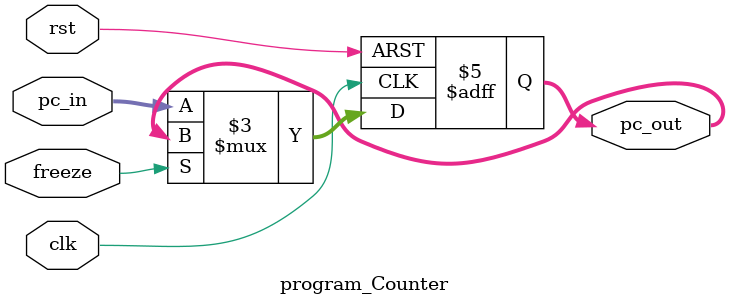
<source format=v>
module program_Counter (
    input clk, rst, freeze,
    input [31:0] pc_in,
    output reg [31:0] pc_out
);
    always @(posedge clk, posedge rst) begin
        if (rst) begin
            pc_out <= 32'h0;
        end else if (!freeze) begin
            pc_out <= pc_in;
        end
    end
    
endmodule
</source>
